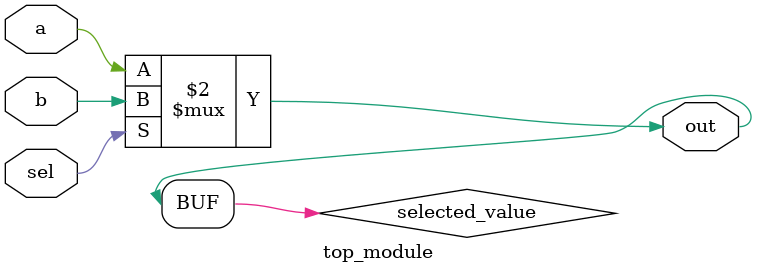
<source format=sv>
module top_module (
  input a,
  input b,
  input sel,
  output out
);
  // Declare wire to store the selected value
  wire selected_value;

  // Assign the selected value based on the value of sel
  assign selected_value = (sel == 1) ? b : a;

  // Assign the selected value to the output port
  assign out = selected_value;
endmodule

</source>
